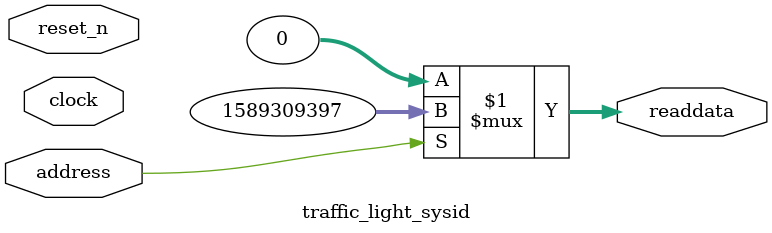
<source format=v>



// synthesis translate_off
`timescale 1ns / 1ps
// synthesis translate_on

// turn off superfluous verilog processor warnings 
// altera message_level Level1 
// altera message_off 10034 10035 10036 10037 10230 10240 10030 

module traffic_light_sysid (
               // inputs:
                address,
                clock,
                reset_n,

               // outputs:
                readdata
             )
;

  output  [ 31: 0] readdata;
  input            address;
  input            clock;
  input            reset_n;

  wire    [ 31: 0] readdata;
  //control_slave, which is an e_avalon_slave
  assign readdata = address ? 1589309397 : 0;

endmodule



</source>
